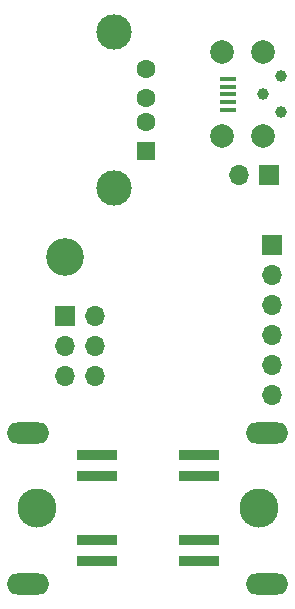
<source format=gbr>
%TF.GenerationSoftware,KiCad,Pcbnew,(5.1.9-16-g1737927814)-1*%
%TF.CreationDate,2021-10-14T17:25:43-05:00*%
%TF.ProjectId,adbuino,61646275-696e-46f2-9e6b-696361645f70,rev?*%
%TF.SameCoordinates,Original*%
%TF.FileFunction,Soldermask,Bot*%
%TF.FilePolarity,Negative*%
%FSLAX46Y46*%
G04 Gerber Fmt 4.6, Leading zero omitted, Abs format (unit mm)*
G04 Created by KiCad (PCBNEW (5.1.9-16-g1737927814)-1) date 2021-10-14 17:25:43*
%MOMM*%
%LPD*%
G01*
G04 APERTURE LIST*
%ADD10R,3.500000X0.900000*%
%ADD11O,3.600000X1.800000*%
%ADD12C,3.316000*%
%ADD13O,1.700000X1.700000*%
%ADD14R,1.700000X1.700000*%
%ADD15C,2.000000*%
%ADD16R,1.400000X0.400000*%
%ADD17C,1.000000*%
%ADD18C,3.200000*%
%ADD19C,1.600000*%
%ADD20R,1.500000X1.600000*%
%ADD21C,3.000000*%
G04 APERTURE END LIST*
D10*
%TO.C,J5*%
X33156000Y-62810000D03*
X33156000Y-64610000D03*
X33156000Y-70010000D03*
X33156000Y-71810000D03*
D11*
X27356000Y-73710000D03*
X27356000Y-60910000D03*
D12*
X28056000Y-67310000D03*
%TD*%
D10*
%TO.C,J4*%
X41774000Y-71810000D03*
X41774000Y-70010000D03*
X41774000Y-64610000D03*
X41774000Y-62810000D03*
D11*
X47574000Y-60910000D03*
X47574000Y-73710000D03*
D12*
X46874000Y-67310000D03*
%TD*%
D13*
%TO.C,J6*%
X33020000Y-56134000D03*
X30480000Y-56134000D03*
X33020000Y-53594000D03*
X30480000Y-53594000D03*
X33020000Y-51054000D03*
D14*
X30480000Y-51054000D03*
%TD*%
D15*
%TO.C,J2*%
X43743000Y-28683000D03*
X43743000Y-35833000D03*
X47193000Y-35833000D03*
X47193000Y-28683000D03*
D16*
X44243000Y-33558000D03*
X44243000Y-32908000D03*
X44243000Y-32258000D03*
X44243000Y-31608000D03*
X44243000Y-30958000D03*
%TD*%
D17*
%TO.C,TP3*%
X48768000Y-33782000D03*
%TD*%
D18*
%TO.C,H1*%
X30500000Y-46000000D03*
%TD*%
D13*
%TO.C,J7*%
X45212000Y-39116000D03*
D14*
X47752000Y-39116000D03*
%TD*%
D17*
%TO.C,TP2*%
X47244000Y-32258000D03*
%TD*%
%TO.C,TP1*%
X48768000Y-30734000D03*
%TD*%
D13*
%TO.C,J1*%
X48000000Y-57700000D03*
X48000000Y-55160000D03*
X48000000Y-52620000D03*
X48000000Y-50080000D03*
X48000000Y-47540000D03*
D14*
X48000000Y-45000000D03*
%TD*%
D19*
%TO.C,J3*%
X37338000Y-30084000D03*
X37338000Y-32584000D03*
X37338000Y-34584000D03*
D20*
X37338000Y-37084000D03*
D21*
X34628000Y-27014000D03*
X34628000Y-40154000D03*
%TD*%
M02*

</source>
